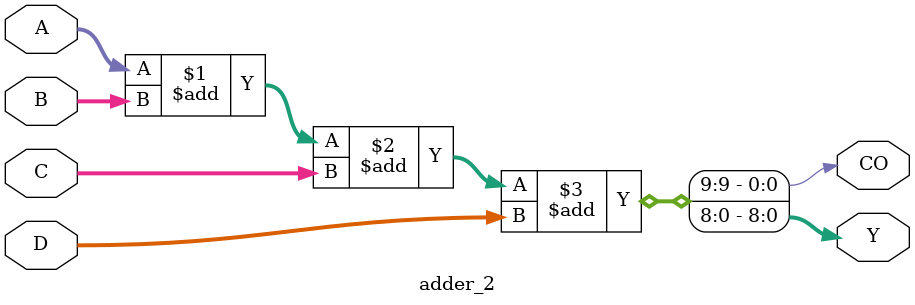
<source format=v>
module adder_2(A,B,C,D,Y,CO);
input [7:0] A,B,C,D;
output [8:0] Y;
output CO;

assign {CO,Y}=A+B+C+D;


endmodule

</source>
